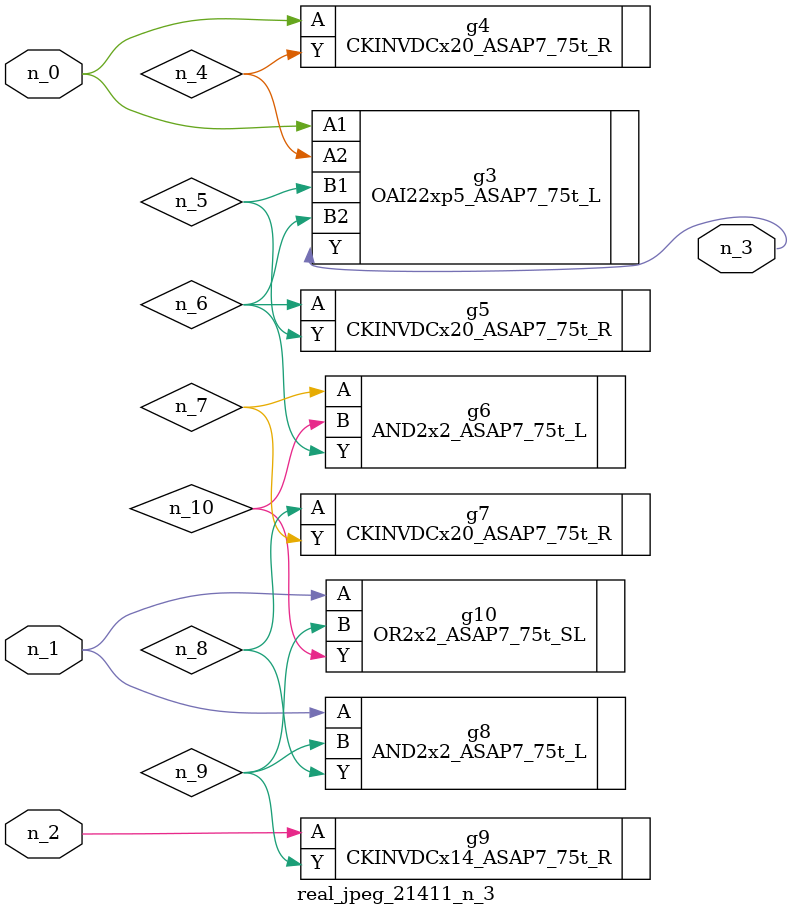
<source format=v>
module real_jpeg_21411_n_3 (n_1, n_0, n_2, n_3);

input n_1;
input n_0;
input n_2;

output n_3;

wire n_5;
wire n_4;
wire n_8;
wire n_6;
wire n_7;
wire n_10;
wire n_9;

OAI22xp5_ASAP7_75t_L g3 ( 
.A1(n_0),
.A2(n_4),
.B1(n_5),
.B2(n_6),
.Y(n_3)
);

CKINVDCx20_ASAP7_75t_R g4 ( 
.A(n_0),
.Y(n_4)
);

AND2x2_ASAP7_75t_L g8 ( 
.A(n_1),
.B(n_9),
.Y(n_8)
);

OR2x2_ASAP7_75t_SL g10 ( 
.A(n_1),
.B(n_9),
.Y(n_10)
);

CKINVDCx14_ASAP7_75t_R g9 ( 
.A(n_2),
.Y(n_9)
);

CKINVDCx20_ASAP7_75t_R g5 ( 
.A(n_6),
.Y(n_5)
);

AND2x2_ASAP7_75t_L g6 ( 
.A(n_7),
.B(n_10),
.Y(n_6)
);

CKINVDCx20_ASAP7_75t_R g7 ( 
.A(n_8),
.Y(n_7)
);


endmodule
</source>
